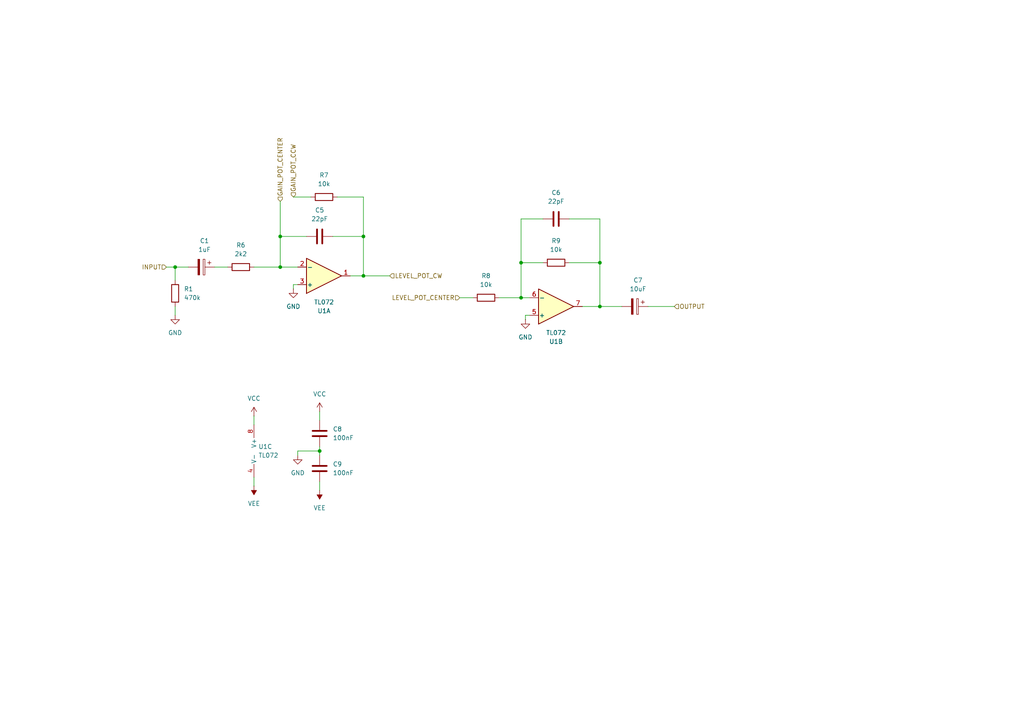
<source format=kicad_sch>
(kicad_sch (version 20231120) (generator "eeschema") (generator_version "8.0")
  (paper "A4")
  (title_block (title "BCM Mixer") (date "2024-11-17") (rev "rev01") (company "Bristol Communal Modular") (comment 2 "creativecommons.org/licenses/by/4.0/") (comment 3 "License: CC BY 4.0") (comment 4 "Author: Guy John"))
  (lib_symbols
    (symbol "Amplifier_Operational:TL072" (pin_names (offset 0.127))
      (property "Reference" "U" (at 0 5.08 0))
      (property "Value" "TL072" (at 0 -5.08 0))
      (symbol "TL072_1_1"
        (polyline (pts (xy -5.08 5.08) (xy 5.08 0) (xy -5.08 -5.08) (xy -5.08 5.08)) (stroke (width 0.254)) (fill (type background)))
        (pin output line (at 7.62 0 180) (length 2.54) (name "~") (number "1"))
        (pin input line (at -7.62 -2.54 0) (length 2.54) (name "-") (number "2"))
        (pin input line (at -7.62 2.54 0) (length 2.54) (name "+") (number "3"))
      )
      (symbol "TL072_2_1"
        (polyline (pts (xy -5.08 5.08) (xy 5.08 0) (xy -5.08 -5.08) (xy -5.08 5.08)) (stroke (width 0.254)) (fill (type background)))
        (pin input line (at -7.62 2.54 0) (length 2.54) (name "+") (number "5"))
        (pin input line (at -7.62 -2.54 0) (length 2.54) (name "-") (number "6"))
        (pin output line (at 7.62 0 180) (length 2.54) (name "~") (number "7"))
      )
      (symbol "TL072_3_1"
        (pin power_in line (at -2.54 -7.62 90) (length 3.81) (name "V-") (number "4"))
        (pin power_in line (at -2.54 7.62 270) (length 3.81) (name "V+") (number "8"))
      )
    )
    (symbol "Rumblesan_Standard_Parts:C" (pin_numbers hide) (pin_names (offset 0.254) hide)
      (property "Reference" "C?" (at -6.35 0 90))
      (property "Value" "C" (at -3.81 0 90))
      (symbol "C_0_1"
        (polyline (pts (xy -2.032 -0.762) (xy 2.032 -0.762)) (stroke (width 0.508)))
        (polyline (pts (xy -2.032 0.762) (xy 2.032 0.762)) (stroke (width 0.508)))
      )
      (symbol "C_1_1"
        (pin passive line (at 0 3.81 270) (length 2.794) (name "~") (number "1"))
        (pin passive line (at 0 -3.81 90) (length 2.794) (name "~") (number "2"))
      )
    )
    (symbol "Rumblesan_Standard_Parts:C_Polarized" (pin_numbers hide) (pin_names (offset 0.254) hide)
      (property "Reference" "C?" (at -6.35 0 90))
      (property "Value" "C_Polarized" (at -3.81 0 90))
      (symbol "C_Polarized_0_1"
        (rectangle (start -2.286 0.508) (end 2.286 1.016))
        (polyline (pts (xy -1.778 2.286) (xy -0.762 2.286)))
        (polyline (pts (xy -1.27 2.794) (xy -1.27 1.778)))
        (rectangle (start 2.286 -0.508) (end -2.286 -1.016) (fill (type outline)))
      )
      (symbol "C_Polarized_1_1"
        (pin passive line (at 0 3.81 270) (length 2.794) (name "~") (number "1"))
        (pin passive line (at 0 -3.81 90) (length 2.794) (name "~") (number "2"))
      )
    )
    (symbol "Rumblesan_Standard_Parts:R" (pin_numbers hide) (pin_names (offset 0))
      (property "Reference" "R?" (at -4.318 0 90))
      (property "Value" "R" (at -2.286 0 90))
      (symbol "R_0_1"
        (rectangle (start -1.016 2.54) (end 1.016 -2.54) (stroke (width 0.254)))
      )
      (symbol "R_1_1"
        (pin passive line (at 0 3.81 270) (length 1.27) (name "~") (number "1"))
        (pin passive line (at 0 -3.81 90) (length 1.27) (name "~") (number "2"))
      )
    )
    (symbol "power:GND" (power) (pin_numbers hide) (pin_names (offset 0) hide)
      (property "Value" "GND" (at 0 -3.81 0))
      (symbol "GND_0_1"
        (polyline (pts (xy 0 0) (xy 0 -1.27) (xy 1.27 -1.27) (xy 0 -2.54) (xy -1.27 -1.27) (xy 0 -1.27)))
      )
      (symbol "GND_1_1"
        (pin power_in line (at 0 0 270) (length 0) (name "~") (number "1"))
      )
    )
    (symbol "power:VCC" (power) (pin_numbers hide) (pin_names (offset 0) hide)
      (property "Value" "VCC" (at 0 3.556 0))
      (symbol "VCC_0_1"
        (polyline (pts (xy -0.762 1.27) (xy 0 2.54)))
        (polyline (pts (xy 0 0) (xy 0 2.54)))
        (polyline (pts (xy 0 2.54) (xy 0.762 1.27)))
      )
      (symbol "VCC_1_1"
        (pin power_in line (at 0 0 90) (length 0) (name "~") (number "1"))
      )
    )
    (symbol "power:VEE" (power) (pin_numbers hide) (pin_names (offset 0) hide)
      (property "Value" "VEE" (at 0 3.556 0))
      (symbol "VEE_0_1"
        (polyline (pts (xy 0 0) (xy 0 2.54)))
        (polyline (pts (xy 0.762 1.27) (xy -0.762 1.27) (xy 0 2.54) (xy 0.762 1.27)) (fill (type outline)))
      )
      (symbol "VEE_1_1"
        (pin power_in line (at 0 0 90) (length 0) (name "~") (number "1"))
      )
    )
  )
  (junction (at 105.41 68.58))
  (junction (at 81.28 68.58))
  (junction (at 173.99 88.9))
  (junction (at 151.13 76.2))
  (junction (at 173.99 76.2))
  (junction (at 50.8 77.47))
  (junction (at 92.71 130.81))
  (junction (at 81.28 77.47))
  (junction (at 151.13 86.36))
  (junction (at 105.41 80.01))
  (wire (pts (xy 151.13 76.2) (xy 151.13 86.36)))
  (wire (pts (xy 85.09 82.55) (xy 85.09 83.82)))
  (wire (pts (xy 113.03 80.01) (xy 105.41 80.01)))
  (wire (pts (xy 81.28 58.42) (xy 81.28 68.58)))
  (wire (pts (xy 96.52 68.58) (xy 105.41 68.58)))
  (wire (pts (xy 48.26 77.47) (xy 50.8 77.47)))
  (wire (pts (xy 101.6 80.01) (xy 105.41 80.01)))
  (wire (pts (xy 153.67 91.44) (xy 152.4 91.44)))
  (wire (pts (xy 173.99 63.5) (xy 165.1 63.5)))
  (wire (pts (xy 151.13 63.5) (xy 151.13 76.2)))
  (wire (pts (xy 151.13 76.2) (xy 157.48 76.2)))
  (wire (pts (xy 50.8 88.9) (xy 50.8 91.44)))
  (wire (pts (xy 86.36 130.81) (xy 92.71 130.81)))
  (wire (pts (xy 173.99 76.2) (xy 173.99 63.5)))
  (wire (pts (xy 105.41 68.58) (xy 105.41 80.01)))
  (wire (pts (xy 157.48 63.5) (xy 151.13 63.5)))
  (wire (pts (xy 144.78 86.36) (xy 151.13 86.36)))
  (wire (pts (xy 97.79 57.15) (xy 105.41 57.15)))
  (wire (pts (xy 85.09 57.15) (xy 90.17 57.15)))
  (wire (pts (xy 152.4 91.44) (xy 152.4 92.71)))
  (wire (pts (xy 73.66 77.47) (xy 81.28 77.47)))
  (wire (pts (xy 133.35 86.36) (xy 137.16 86.36)))
  (wire (pts (xy 50.8 77.47) (xy 50.8 81.28)))
  (wire (pts (xy 86.36 132.08) (xy 86.36 130.81)))
  (wire (pts (xy 151.13 86.36) (xy 153.67 86.36)))
  (wire (pts (xy 73.66 138.43) (xy 73.66 140.97)))
  (wire (pts (xy 165.1 76.2) (xy 173.99 76.2)))
  (wire (pts (xy 173.99 88.9) (xy 180.34 88.9)))
  (wire (pts (xy 81.28 77.47) (xy 86.36 77.47)))
  (wire (pts (xy 92.71 129.54) (xy 92.71 130.81)))
  (wire (pts (xy 92.71 119.38) (xy 92.71 121.92)))
  (wire (pts (xy 168.91 88.9) (xy 173.99 88.9)))
  (wire (pts (xy 173.99 88.9) (xy 173.99 76.2)))
  (wire (pts (xy 92.71 139.7) (xy 92.71 142.24)))
  (wire (pts (xy 81.28 68.58) (xy 81.28 77.47)))
  (wire (pts (xy 62.23 77.47) (xy 66.04 77.47)))
  (wire (pts (xy 73.66 120.65) (xy 73.66 123.19)))
  (wire (pts (xy 81.28 68.58) (xy 88.9 68.58)))
  (wire (pts (xy 92.71 130.81) (xy 92.71 132.08)))
  (wire (pts (xy 86.36 82.55) (xy 85.09 82.55)))
  (wire (pts (xy 105.41 57.15) (xy 105.41 68.58)))
  (wire (pts (xy 54.61 77.47) (xy 50.8 77.47)))
  (wire (pts (xy 187.96 88.9) (xy 195.58 88.9)))
  (hierarchical_label "LEVEL_POT_CENTER" (shape input) (at 133.35 86.36 180))
  (hierarchical_label "GAIN_POT_CCW" (shape input) (at 85.09 57.15 90))
  (hierarchical_label "OUTPUT" (shape input) (at 195.58 88.9 0))
  (hierarchical_label "LEVEL_POT_CW" (shape input) (at 113.03 80.01 0))
  (hierarchical_label "GAIN_POT_CENTER" (shape input) (at 81.28 58.42 90))
  (hierarchical_label "INPUT" (shape input) (at 48.26 77.47 180))
  (symbol (lib_id "Rumblesan_Standard_Parts:C") (at 92.71 68.58 90) (unit 1)
    (property "Reference" "C5" (at 92.71 60.96 90))
    (property "Value" "22pF" (at 92.71 63.5 90))
    (property "Footprint" "Rumblesan_Standard_Parts:C_Rect_L7.0mm_W2.5mm_P5.00mm" (effects (hide yes)))
    (property "Description" "Unpolarized capacitor" (effects (hide yes)))
    (property "Spec" "ceramic C0G" (effects (hide yes)))
    (property "Tolerance" "5%" (effects (hide yes)))
    (instances (project "bcm-mixer" (path "" (reference "C5") (unit 1)) (path "" (reference "C22") (unit 1))))
  )
  (symbol (lib_id "power:GND") (at 85.09 83.82 0) (unit 1)
    (property "Reference" "#PWR02" (effects (hide yes)))
    (property "Value" "GND" (at 85.09 88.9 0))
    (property "Description" "Power symbol creates a global label with name \"GND\" , ground" (effects (hide yes)))
    (instances (project "bcm-mixer" (path "" (reference "#PWR02") (unit 1)) (path "" (reference "#PWR048") (unit 1))))
  )
  (symbol (lib_id "power:VEE") (at 92.71 142.24 180) (unit 1)
    (property "Reference" "#PWR012" (effects (hide yes)))
    (property "Value" "VEE" (at 92.71 147.32 0))
    (property "Description" "Power symbol creates a global label with name \"VEE\"" (effects (hide yes)))
    (instances (project "bcm-mixer" (path "" (reference "#PWR012") (unit 1)) (path "" (reference "#PWR051") (unit 1))))
  )
  (symbol (lib_id "power:VCC") (at 73.66 120.65 0) (unit 1)
    (property "Reference" "#PWR09" (effects (hide yes)))
    (property "Value" "VCC" (at 73.66 115.57 0))
    (property "Description" "Power symbol creates a global label with name \"VCC\"" (effects (hide yes)))
    (instances (project "bcm-mixer" (path "" (reference "#PWR09") (unit 1)) (path "" (reference "#PWR046") (unit 1))))
  )
  (symbol (lib_id "Amplifier_Operational:TL072") (at 76.2 130.81 0) (unit 3)
    (property "Reference" "U1" (at 74.93 129.5399 0) (effects (justify left)))
    (property "Value" "TL072" (at 74.93 132.0799 0) (effects (justify left)))
    (property "Footprint" "Package_DIP:DIP-8_W7.62mm_Socket" (effects (hide yes)))
    (property "Datasheet" "http://www.ti.com/lit/ds/symlink/tl071.pdf" (effects (hide yes)))
    (property "Description" "Dual Low-Noise JFET-Input Operational Amplifiers, DIP-8/SOIC-8" (effects (hide yes)))
    (instances (project "bcm-mixer" (path "" (reference "U1") (unit 3)) (path "" (reference "U4") (unit 3))))
  )
  (symbol (lib_id "Rumblesan_Standard_Parts:C_Polarized") (at 184.15 88.9 270) (unit 1)
    (property "Reference" "C7" (at 185.039 81.28 90))
    (property "Value" "10uF" (at 185.039 83.82 90))
    (property "Footprint" "Rumblesan_Standard_Parts:CP_Radial_D5.0mm_P2.00mm" (effects (hide yes)))
    (property "Description" "Polarized capacitor" (effects (hide yes)))
    (property "Spec" "electrolytic" (effects (hide yes)))
    (property "Tolerance" "20%" (effects (hide yes)))
    (property "Voltage" "50v" (effects (hide yes)))
    (instances (project "bcm-mixer" (path "" (reference "C7") (unit 1)) (path "" (reference "C26") (unit 1))))
  )
  (symbol (lib_id "Rumblesan_Standard_Parts:C") (at 161.29 63.5 90) (unit 1)
    (property "Reference" "C6" (at 161.29 55.88 90))
    (property "Value" "22pF" (at 161.29 58.42 90))
    (property "Footprint" "Rumblesan_Standard_Parts:C_Rect_L7.0mm_W2.5mm_P5.00mm" (effects (hide yes)))
    (property "Description" "Unpolarized capacitor" (effects (hide yes)))
    (property "Spec" "ceramic C0G" (effects (hide yes)))
    (property "Tolerance" "5%" (effects (hide yes)))
    (instances (project "bcm-mixer" (path "" (reference "C6") (unit 1)) (path "" (reference "C25") (unit 1))))
  )
  (symbol (lib_id "Rumblesan_Standard_Parts:C") (at 92.71 125.73 180) (unit 1)
    (property "Reference" "C8" (at 96.52 124.4599 0) (effects (justify right)))
    (property "Value" "100nF" (at 96.52 126.9999 0) (effects (justify right)))
    (property "Footprint" "Rumblesan_Standard_Parts:C_Rect_L7.0mm_W2.5mm_P5.00mm" (effects (hide yes)))
    (property "Description" "Unpolarized capacitor" (effects (hide yes)))
    (property "Spec" "ceramic X7R" (effects (hide yes)))
    (property "Tolerance" "5%" (effects (hide yes)))
    (instances (project "bcm-mixer" (path "" (reference "C8") (unit 1)) (path "" (reference "C23") (unit 1))))
  )
  (symbol (lib_id "Rumblesan_Standard_Parts:R") (at 140.97 86.36 90) (unit 1)
    (property "Reference" "R8" (at 140.97 80.01 90))
    (property "Value" "10k" (at 140.97 82.55 90))
    (property "Footprint" "Rumblesan_Standard_Parts:R_Axial_DIN0207_L6.3mm_D2.5mm_P10.16mm_Horizontal" (effects (hide yes)))
    (property "Description" "Resistor" (effects (hide yes)))
    (property "Tolerance" "1%" (effects (hide yes)))
    (property "Power" "0.5W" (effects (hide yes)))
    (property "Spec" "metal film" (effects (hide yes)))
    (instances (project "bcm-mixer" (path "" (reference "R8") (unit 1)) (path "" (reference "R29") (unit 1))))
  )
  (symbol (lib_id "power:GND") (at 50.8 91.44 0) (unit 1)
    (property "Reference" "#PWR01" (effects (hide yes)))
    (property "Value" "GND" (at 50.8 96.52 0))
    (property "Description" "Power symbol creates a global label with name \"GND\" , ground" (effects (hide yes)))
    (instances (project "bcm-mixer" (path "" (reference "#PWR01") (unit 1)) (path "" (reference "#PWR045") (unit 1))))
  )
  (symbol (lib_id "Rumblesan_Standard_Parts:C_Polarized") (at 58.42 77.47 270) (unit 1)
    (property "Reference" "C1" (at 59.309 69.85 90))
    (property "Value" "1uF" (at 59.309 72.39 90))
    (property "Footprint" "Rumblesan_Standard_Parts:CP_Radial_D5.0mm_P2.00mm" (effects (hide yes)))
    (property "Description" "Polarized capacitor" (effects (hide yes)))
    (property "Spec" "electrolytic" (effects (hide yes)))
    (property "Tolerance" "20%" (effects (hide yes)))
    (property "Voltage" "50v" (effects (hide yes)))
    (instances (project "bcm-mixer" (path "" (reference "C1") (unit 1)) (path "" (reference "C21") (unit 1))))
  )
  (symbol (lib_id "Rumblesan_Standard_Parts:R") (at 69.85 77.47 90) (unit 1)
    (property "Reference" "R6" (at 69.85 71.12 90))
    (property "Value" "2k2" (at 69.85 73.66 90))
    (property "Footprint" "Rumblesan_Standard_Parts:R_Axial_DIN0207_L6.3mm_D2.5mm_P10.16mm_Horizontal" (effects (hide yes)))
    (property "Description" "Resistor" (effects (hide yes)))
    (property "Tolerance" "1%" (effects (hide yes)))
    (property "Power" "0.5W" (effects (hide yes)))
    (property "Spec" "metal film" (effects (hide yes)))
    (instances (project "bcm-mixer" (path "" (reference "R6") (unit 1)) (path "" (reference "R27") (unit 1))))
  )
  (symbol (lib_id "power:VCC") (at 92.71 119.38 0) (unit 1)
    (property "Reference" "#PWR011" (effects (hide yes)))
    (property "Value" "VCC" (at 92.71 114.3 0))
    (property "Description" "Power symbol creates a global label with name \"VCC\"" (effects (hide yes)))
    (instances (project "bcm-mixer" (path "" (reference "#PWR011") (unit 1)) (path "" (reference "#PWR050") (unit 1))))
  )
  (symbol (lib_id "power:GND") (at 86.36 132.08 0) (unit 1)
    (property "Reference" "#PWR013" (effects (hide yes)))
    (property "Value" "GND" (at 86.36 137.16 0))
    (property "Description" "Power symbol creates a global label with name \"GND\" , ground" (effects (hide yes)))
    (instances (project "bcm-mixer" (path "" (reference "#PWR013") (unit 1)) (path "" (reference "#PWR049") (unit 1))))
  )
  (symbol (lib_id "Amplifier_Operational:TL072") (at 93.98 80.01 0) (mirror x) (unit 1)
    (property "Reference" "U1" (at 93.98 90.17 0))
    (property "Value" "TL072" (at 93.98 87.63 0))
    (property "Footprint" "Package_DIP:DIP-8_W7.62mm_Socket" (effects (hide yes)))
    (property "Datasheet" "http://www.ti.com/lit/ds/symlink/tl071.pdf" (effects (hide yes)))
    (property "Description" "Dual Low-Noise JFET-Input Operational Amplifiers, DIP-8/SOIC-8" (effects (hide yes)))
    (instances (project "bcm-mixer" (path "" (reference "U1") (unit 1)) (path "" (reference "U4") (unit 1))))
  )
  (symbol (lib_id "Rumblesan_Standard_Parts:R") (at 161.29 76.2 90) (unit 1)
    (property "Reference" "R9" (at 161.29 69.85 90))
    (property "Value" "10k" (at 161.29 72.39 90))
    (property "Footprint" "Rumblesan_Standard_Parts:R_Axial_DIN0207_L6.3mm_D2.5mm_P10.16mm_Horizontal" (effects (hide yes)))
    (property "Description" "Resistor" (effects (hide yes)))
    (property "Tolerance" "1%" (effects (hide yes)))
    (property "Power" "0.5W" (effects (hide yes)))
    (property "Spec" "metal film" (effects (hide yes)))
    (instances (project "bcm-mixer" (path "" (reference "R9") (unit 1)) (path "" (reference "R30") (unit 1))))
  )
  (symbol (lib_id "power:GND") (at 152.4 92.71 0) (unit 1)
    (property "Reference" "#PWR07" (effects (hide yes)))
    (property "Value" "GND" (at 152.4 97.79 0))
    (property "Description" "Power symbol creates a global label with name \"GND\" , ground" (effects (hide yes)))
    (instances (project "bcm-mixer" (path "" (reference "#PWR07") (unit 1)) (path "" (reference "#PWR052") (unit 1))))
  )
  (symbol (lib_id "Amplifier_Operational:TL072") (at 161.29 88.9 0) (mirror x) (unit 2)
    (property "Reference" "U1" (at 161.29 99.06 0))
    (property "Value" "TL072" (at 161.29 96.52 0))
    (property "Footprint" "Package_DIP:DIP-8_W7.62mm_Socket" (effects (hide yes)))
    (property "Datasheet" "http://www.ti.com/lit/ds/symlink/tl071.pdf" (effects (hide yes)))
    (property "Description" "Dual Low-Noise JFET-Input Operational Amplifiers, DIP-8/SOIC-8" (effects (hide yes)))
    (instances (project "bcm-mixer" (path "" (reference "U1") (unit 2)) (path "" (reference "U4") (unit 2))))
  )
  (symbol (lib_id "Rumblesan_Standard_Parts:C") (at 92.71 135.89 180) (unit 1)
    (property "Reference" "C9" (at 96.52 134.6199 0) (effects (justify right)))
    (property "Value" "100nF" (at 96.52 137.1599 0) (effects (justify right)))
    (property "Footprint" "Rumblesan_Standard_Parts:C_Rect_L7.0mm_W2.5mm_P5.00mm" (effects (hide yes)))
    (property "Description" "Unpolarized capacitor" (effects (hide yes)))
    (property "Spec" "ceramic X7R" (effects (hide yes)))
    (property "Tolerance" "5%" (effects (hide yes)))
    (instances (project "bcm-mixer" (path "" (reference "C9") (unit 1)) (path "" (reference "C24") (unit 1))))
  )
  (symbol (lib_id "power:VEE") (at 73.66 140.97 180) (unit 1)
    (property "Reference" "#PWR010" (effects (hide yes)))
    (property "Value" "VEE" (at 73.66 146.05 0))
    (property "Description" "Power symbol creates a global label with name \"VEE\"" (effects (hide yes)))
    (instances (project "bcm-mixer" (path "" (reference "#PWR010") (unit 1)) (path "" (reference "#PWR047") (unit 1))))
  )
  (symbol (lib_id "Rumblesan_Standard_Parts:R") (at 93.98 57.15 90) (unit 1)
    (property "Reference" "R7" (at 93.98 50.8 90))
    (property "Value" "10k" (at 93.98 53.34 90))
    (property "Footprint" "Rumblesan_Standard_Parts:R_Axial_DIN0207_L6.3mm_D2.5mm_P10.16mm_Horizontal" (effects (hide yes)))
    (property "Description" "Resistor" (effects (hide yes)))
    (property "Tolerance" "1%" (effects (hide yes)))
    (property "Power" "0.5W" (effects (hide yes)))
    (property "Spec" "metal film" (effects (hide yes)))
    (instances (project "bcm-mixer" (path "" (reference "R7") (unit 1)) (path "" (reference "R28") (unit 1))))
  )
  (symbol (lib_id "Rumblesan_Standard_Parts:R") (at 50.8 85.09 180) (unit 1)
    (property "Reference" "R1" (at 53.34 83.8199 0) (effects (justify right)))
    (property "Value" "470k" (at 53.34 86.3599 0) (effects (justify right)))
    (property "Footprint" "Rumblesan_Standard_Parts:R_Axial_DIN0207_L6.3mm_D2.5mm_P10.16mm_Horizontal" (effects (hide yes)))
    (property "Description" "Resistor" (effects (hide yes)))
    (property "Tolerance" "1%" (effects (hide yes)))
    (property "Power" "0.5W" (effects (hide yes)))
    (property "Spec" "metal film" (effects (hide yes)))
    (instances (project "bcm-mixer" (path "" (reference "R1") (unit 1)) (path "" (reference "R26") (unit 1))))
  )
)
</source>
